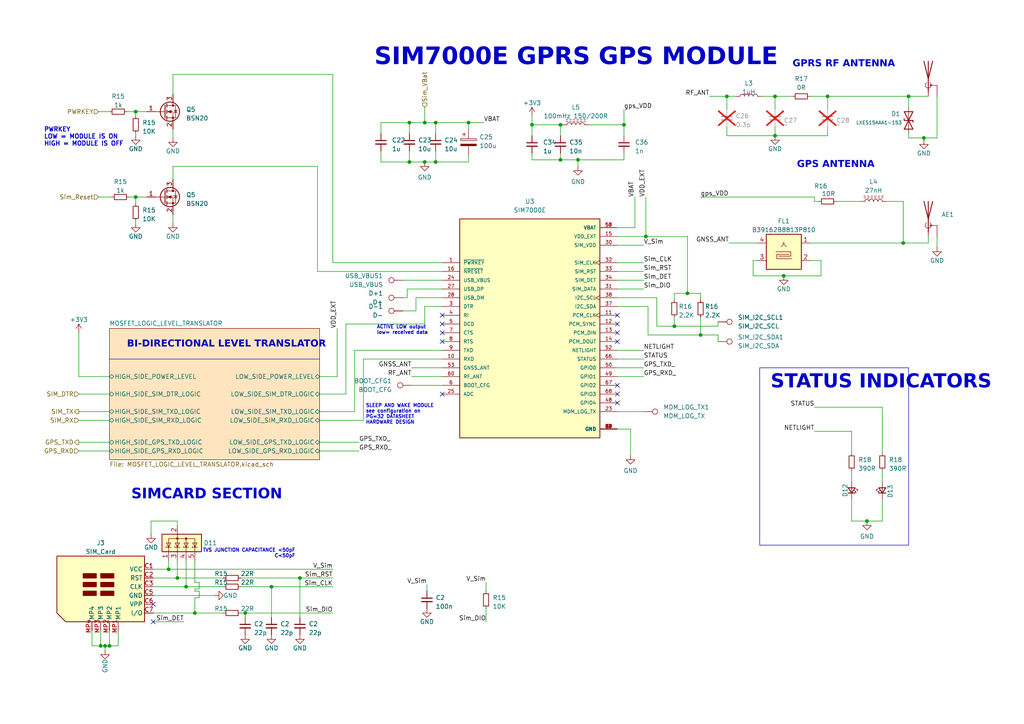
<source format=kicad_sch>
(kicad_sch (version 20230121) (generator eeschema)
  (paper "A4")
  (junction (at 29.21 187.325))
  (junction (at 118.745 46.99))
  (junction (at 203.2 97.155))
  (junction (at 240.03 27.94))
  (junction (at 86.995 167.64))
  (junction (at 71.12 177.8))
  (junction (at 210.82 27.94))
  (junction (at 51.435 167.64))
  (junction (at 224.79 27.94))
  (junction (at 48.895 165.1))
  (junction (at 162.56 36.195))
  (junction (at 267.97 40.005))
  (junction (at 123.19 35.56))
  (junction (at 135.89 35.56))
  (junction (at 251.46 151.13))
  (junction (at 162.56 46.355))
  (junction (at 123.19 46.99))
  (junction (at 187.325 68.58))
  (junction (at 126.365 46.99))
  (junction (at 126.365 35.56))
  (junction (at 30.48 187.325))
  (junction (at 53.975 170.18))
  (junction (at 118.745 35.56))
  (junction (at 167.64 46.355))
  (junction (at 227.33 80.01))
  (junction (at 224.79 39.37))
  (junction (at 199.39 85.09))
  (junction (at 263.525 27.94))
  (junction (at 154.305 36.195))
  (junction (at 39.37 57.15))
  (junction (at 39.37 32.385))
  (junction (at 31.75 187.325))
  (junction (at 78.74 170.18))
  (junction (at 195.58 94.615))
  (junction (at 56.515 177.8))
  (junction (at 180.975 36.195))
  (junction (at 261.9738 70.485))
  (no_connect (at 128.27 99.06))
  (no_connect (at 179.07 111.76))
  (no_connect (at 44.45 180.34))
  (no_connect (at 128.27 93.98))
  (no_connect (at 179.07 96.52))
  (no_connect (at 44.45 175.26))
  (no_connect (at 179.07 116.84))
  (no_connect (at 179.07 93.98))
  (no_connect (at 179.07 114.3))
  (no_connect (at 128.27 114.3))
  (no_connect (at 128.27 96.52))
  (no_connect (at 179.07 91.44))
  (no_connect (at 179.07 99.06))
  (no_connect (at 128.27 91.44))
  (wire (pts (xy 179.07 119.38) (xy 186.69 119.38)))
  (wire (pts (xy 179.07 106.68) (xy 186.69 106.68)))
  (wire (pts (xy 210.82 39.37) (xy 210.82 36.83)))
  (wire (pts (xy 22.86 114.3) (xy 31.75 114.3)))
  (wire (pts (xy 123.19 31.115) (xy 123.19 35.56)))
  (wire (pts (xy 51.435 167.64) (xy 64.77 167.64)))
  (wire (pts (xy 44.45 180.34) (xy 53.34 180.34)))
  (wire (pts (xy 167.64 46.355) (xy 180.975 46.355)))
  (wire (pts (xy 210.82 31.75) (xy 210.82 27.94)))
  (wire (pts (xy 92.71 128.27) (xy 104.14 128.27)))
  (wire (pts (xy 48.895 165.1) (xy 96.52 165.1)))
  (wire (pts (xy 39.37 64.77) (xy 39.37 64.135)))
  (wire (pts (xy 50.165 37.465) (xy 50.165 40.005)))
  (wire (pts (xy 195.58 92.075) (xy 195.58 94.615)))
  (wire (pts (xy 100.33 114.3) (xy 100.33 93.98)))
  (wire (pts (xy 123.19 46.99) (xy 126.365 46.99)))
  (wire (pts (xy 126.365 43.815) (xy 126.365 46.99)))
  (wire (pts (xy 92.075 78.74) (xy 92.075 48.26)))
  (wire (pts (xy 269.24 68.58) (xy 269.24 70.485)))
  (wire (pts (xy 51.435 151.13) (xy 51.435 152.4)))
  (wire (pts (xy 238.125 80.01) (xy 227.33 80.01)))
  (wire (pts (xy 102.87 101.6) (xy 102.87 119.38)))
  (wire (pts (xy 26.67 187.325) (xy 26.67 182.88)))
  (wire (pts (xy 154.305 36.195) (xy 154.305 39.37)))
  (wire (pts (xy 179.07 104.14) (xy 186.69 104.14)))
  (wire (pts (xy 187.325 68.58) (xy 199.39 68.58)))
  (wire (pts (xy 22.86 128.27) (xy 31.75 128.27)))
  (wire (pts (xy 203.2 92.075) (xy 203.2 97.155)))
  (wire (pts (xy 182.88 124.46) (xy 179.07 124.46)))
  (wire (pts (xy 50.165 62.23) (xy 50.165 64.77)))
  (wire (pts (xy 199.39 85.09) (xy 195.58 85.09)))
  (wire (pts (xy 97.79 109.22) (xy 92.71 109.22)))
  (wire (pts (xy 162.56 36.195) (xy 163.195 36.195)))
  (wire (pts (xy 44.45 167.64) (xy 51.435 167.64)))
  (wire (pts (xy 71.12 177.8) (xy 96.52 177.8)))
  (wire (pts (xy 203.2 57.15) (xy 236.22 57.15)))
  (wire (pts (xy 179.07 88.9) (xy 187.96 88.9)))
  (wire (pts (xy 57.785 171.45) (xy 57.785 173.355)))
  (wire (pts (xy 224.79 27.94) (xy 224.79 31.75)))
  (wire (pts (xy 179.07 78.74) (xy 186.69 78.74)))
  (wire (pts (xy 96.52 76.2) (xy 128.27 76.2)))
  (wire (pts (xy 56.515 170.815) (xy 57.785 170.815)))
  (wire (pts (xy 118.11 86.36) (xy 116.84 86.36)))
  (wire (pts (xy 271.78 68.58) (xy 271.78 71.755)))
  (wire (pts (xy 180.975 31.75) (xy 180.975 36.195)))
  (wire (pts (xy 50.165 48.26) (xy 50.165 52.07)))
  (wire (pts (xy 263.525 40.005) (xy 267.97 40.005)))
  (wire (pts (xy 34.29 182.88) (xy 34.29 187.325)))
  (wire (pts (xy 116.84 90.17) (xy 120.65 90.17)))
  (wire (pts (xy 179.07 81.28) (xy 186.69 81.28)))
  (wire (pts (xy 39.37 32.385) (xy 42.545 32.385)))
  (wire (pts (xy 48.895 165.1) (xy 48.895 162.56)))
  (wire (pts (xy 39.37 33.655) (xy 39.37 32.385)))
  (wire (pts (xy 234.95 75.565) (xy 238.125 75.565)))
  (wire (pts (xy 43.815 151.13) (xy 43.815 154.94)))
  (wire (pts (xy 57.785 168.91) (xy 57.785 170.815)))
  (wire (pts (xy 50.165 27.305) (xy 50.165 21.59)))
  (wire (pts (xy 44.45 165.1) (xy 48.895 165.1)))
  (wire (pts (xy 22.86 96.52) (xy 22.86 109.22)))
  (wire (pts (xy 29.21 187.325) (xy 30.48 187.325)))
  (wire (pts (xy 182.88 132.08) (xy 182.88 124.46)))
  (wire (pts (xy 236.22 118.11) (xy 255.905 118.11)))
  (wire (pts (xy 110.49 43.815) (xy 110.49 46.99)))
  (wire (pts (xy 56.515 171.45) (xy 57.785 171.45)))
  (wire (pts (xy 43.815 151.13) (xy 51.435 151.13)))
  (wire (pts (xy 140.97 176.53) (xy 140.97 180.34)))
  (wire (pts (xy 56.515 162.56) (xy 56.515 168.91)))
  (wire (pts (xy 234.95 27.94) (xy 240.03 27.94)))
  (wire (pts (xy 118.745 35.56) (xy 110.49 35.56)))
  (wire (pts (xy 123.19 93.98) (xy 123.19 88.9)))
  (wire (pts (xy 247.015 144.78) (xy 247.015 151.13)))
  (wire (pts (xy 208.28 93.345) (xy 208.28 94.615)))
  (wire (pts (xy 118.745 43.815) (xy 118.745 46.99)))
  (wire (pts (xy 227.33 80.01) (xy 218.44 80.01)))
  (wire (pts (xy 154.305 46.355) (xy 162.56 46.355)))
  (wire (pts (xy 263.525 27.94) (xy 269.24 27.94)))
  (wire (pts (xy 229.87 27.94) (xy 224.79 27.94)))
  (wire (pts (xy 36.83 32.385) (xy 39.37 32.385)))
  (wire (pts (xy 28.575 57.15) (xy 32.385 57.15)))
  (wire (pts (xy 119.38 106.68) (xy 128.27 106.68)))
  (wire (pts (xy 240.03 39.37) (xy 224.79 39.37)))
  (wire (pts (xy 251.46 151.13) (xy 255.905 151.13)))
  (wire (pts (xy 126.365 46.99) (xy 135.89 46.99)))
  (wire (pts (xy 110.49 46.99) (xy 118.745 46.99)))
  (wire (pts (xy 97.79 95.25) (xy 97.79 109.22)))
  (wire (pts (xy 135.89 35.56) (xy 140.335 35.56)))
  (wire (pts (xy 34.29 187.325) (xy 31.75 187.325)))
  (wire (pts (xy 203.2 85.09) (xy 199.39 85.09)))
  (wire (pts (xy 44.45 170.18) (xy 53.975 170.18)))
  (wire (pts (xy 190.5 86.36) (xy 190.5 94.615)))
  (wire (pts (xy 240.03 27.94) (xy 240.03 31.75)))
  (wire (pts (xy 237.49 58.42) (xy 236.22 58.42)))
  (wire (pts (xy 179.07 71.12) (xy 186.69 71.12)))
  (wire (pts (xy 22.86 109.22) (xy 31.75 109.22)))
  (wire (pts (xy 100.33 93.98) (xy 123.19 93.98)))
  (wire (pts (xy 218.44 80.01) (xy 218.44 75.565)))
  (wire (pts (xy 22.86 121.92) (xy 31.75 121.92)))
  (wire (pts (xy 92.71 130.81) (xy 104.14 130.81)))
  (wire (pts (xy 44.45 172.72) (xy 62.23 172.72)))
  (wire (pts (xy 78.74 170.18) (xy 96.52 170.18)))
  (wire (pts (xy 263.525 38.735) (xy 263.525 40.005)))
  (wire (pts (xy 261.9738 58.42) (xy 257.175 58.42)))
  (wire (pts (xy 179.07 109.22) (xy 186.69 109.22)))
  (wire (pts (xy 255.905 118.11) (xy 255.905 131.445)))
  (wire (pts (xy 187.96 97.155) (xy 203.2 97.155)))
  (wire (pts (xy 170.815 36.195) (xy 180.975 36.195)))
  (wire (pts (xy 184.15 57.15) (xy 184.15 66.04)))
  (wire (pts (xy 195.58 94.615) (xy 208.28 94.615)))
  (wire (pts (xy 128.27 101.6) (xy 102.87 101.6)))
  (wire (pts (xy 180.975 36.195) (xy 180.975 39.37)))
  (wire (pts (xy 135.89 46.99) (xy 135.89 45.085)))
  (wire (pts (xy 224.79 36.83) (xy 224.79 39.37)))
  (wire (pts (xy 218.44 75.565) (xy 219.71 75.565)))
  (wire (pts (xy 203.2 86.995) (xy 203.2 85.09)))
  (wire (pts (xy 247.015 151.13) (xy 251.46 151.13)))
  (wire (pts (xy 123.19 35.56) (xy 126.365 35.56)))
  (wire (pts (xy 69.85 167.64) (xy 86.995 167.64)))
  (wire (pts (xy 261.9738 70.485) (xy 269.24 70.485)))
  (wire (pts (xy 29.21 182.88) (xy 29.21 187.325)))
  (wire (pts (xy 208.28 99.06) (xy 208.28 97.155)))
  (wire (pts (xy 120.65 90.17) (xy 120.65 86.36)))
  (wire (pts (xy 86.995 179.07) (xy 86.995 167.64)))
  (wire (pts (xy 118.745 35.56) (xy 118.745 38.735)))
  (wire (pts (xy 247.015 136.525) (xy 247.015 139.7)))
  (wire (pts (xy 37.465 57.15) (xy 39.37 57.15)))
  (wire (pts (xy 126.365 35.56) (xy 126.365 38.735)))
  (wire (pts (xy 162.56 36.195) (xy 162.56 39.37)))
  (wire (pts (xy 195.58 85.09) (xy 195.58 86.995)))
  (wire (pts (xy 118.11 83.82) (xy 118.11 86.36)))
  (wire (pts (xy 179.07 76.2) (xy 186.69 76.2)))
  (wire (pts (xy 224.79 39.37) (xy 210.82 39.37)))
  (wire (pts (xy 118.745 46.99) (xy 123.19 46.99)))
  (wire (pts (xy 211.455 70.485) (xy 219.71 70.485)))
  (wire (pts (xy 102.87 119.38) (xy 92.71 119.38)))
  (wire (pts (xy 56.515 170.815) (xy 56.515 171.45)))
  (wire (pts (xy 240.03 27.94) (xy 263.525 27.94)))
  (wire (pts (xy 96.52 21.59) (xy 96.52 76.2)))
  (wire (pts (xy 187.96 88.9) (xy 187.96 97.155)))
  (wire (pts (xy 271.78 27.94) (xy 271.78 40.005)))
  (wire (pts (xy 203.2 97.155) (xy 208.28 97.155)))
  (wire (pts (xy 234.95 70.485) (xy 261.9738 70.485)))
  (wire (pts (xy 162.56 44.45) (xy 162.56 46.355)))
  (wire (pts (xy 116.84 81.28) (xy 128.27 81.28)))
  (wire (pts (xy 162.56 46.355) (xy 167.64 46.355)))
  (wire (pts (xy 78.74 179.07) (xy 78.74 170.18)))
  (wire (pts (xy 199.39 68.58) (xy 199.39 85.09)))
  (wire (pts (xy 135.89 35.56) (xy 126.365 35.56)))
  (wire (pts (xy 69.85 170.18) (xy 78.74 170.18)))
  (wire (pts (xy 56.515 177.8) (xy 64.77 177.8)))
  (wire (pts (xy 22.86 130.81) (xy 31.75 130.81)))
  (wire (pts (xy 119.38 111.76) (xy 128.27 111.76)))
  (wire (pts (xy 118.11 83.82) (xy 128.27 83.82)))
  (polyline (pts (xy 31.75 104.14) (xy 92.71 104.14)))
  (wire (pts (xy 247.015 125.095) (xy 247.015 131.445)))
  (wire (pts (xy 179.07 101.6) (xy 186.69 101.6)))
  (wire (pts (xy 128.27 78.74) (xy 92.075 78.74)))
  (wire (pts (xy 267.97 40.005) (xy 271.78 40.005)))
  (wire (pts (xy 44.45 177.8) (xy 56.515 177.8)))
  (wire (pts (xy 236.22 125.095) (xy 247.015 125.095)))
  (wire (pts (xy 240.03 36.83) (xy 240.03 39.37)))
  (wire (pts (xy 123.19 88.9) (xy 128.27 88.9)))
  (wire (pts (xy 56.515 168.91) (xy 57.785 168.91)))
  (wire (pts (xy 39.37 57.15) (xy 42.545 57.15)))
  (wire (pts (xy 154.305 44.45) (xy 154.305 46.355)))
  (wire (pts (xy 71.12 177.8) (xy 71.12 179.07)))
  (wire (pts (xy 31.75 182.88) (xy 31.75 187.325)))
  (wire (pts (xy 50.165 21.59) (xy 96.52 21.59)))
  (wire (pts (xy 140.97 168.91) (xy 140.97 171.45)))
  (wire (pts (xy 154.305 33.655) (xy 154.305 36.195)))
  (wire (pts (xy 179.07 66.04) (xy 184.15 66.04)))
  (wire (pts (xy 236.22 57.15) (xy 236.22 58.42)))
  (wire (pts (xy 224.79 27.94) (xy 220.98 27.94)))
  (wire (pts (xy 57.785 173.355) (xy 56.515 173.355)))
  (wire (pts (xy 261.9738 58.42) (xy 261.9738 70.485)))
  (wire (pts (xy 190.5 94.615) (xy 195.58 94.615)))
  (wire (pts (xy 167.64 46.355) (xy 167.64 48.26)))
  (wire (pts (xy 105.41 121.92) (xy 105.41 104.14)))
  (wire (pts (xy 39.37 39.37) (xy 39.37 38.735)))
  (wire (pts (xy 86.995 167.64) (xy 96.52 167.64)))
  (wire (pts (xy 119.38 109.22) (xy 128.27 109.22)))
  (wire (pts (xy 213.36 27.94) (xy 210.82 27.94)))
  (wire (pts (xy 179.07 86.36) (xy 190.5 86.36)))
  (wire (pts (xy 22.86 119.38) (xy 31.75 119.38)))
  (wire (pts (xy 179.07 68.58) (xy 187.325 68.58)))
  (wire (pts (xy 267.97 40.005) (xy 267.97 40.64)))
  (wire (pts (xy 56.515 173.355) (xy 56.515 177.8)))
  (wire (pts (xy 105.41 104.14) (xy 128.27 104.14)))
  (wire (pts (xy 154.305 36.195) (xy 162.56 36.195)))
  (wire (pts (xy 238.125 75.565) (xy 238.125 80.01)))
  (wire (pts (xy 120.65 86.36) (xy 128.27 86.36)))
  (wire (pts (xy 255.905 136.525) (xy 255.905 139.7)))
  (wire (pts (xy 28.575 32.385) (xy 31.75 32.385)))
  (wire (pts (xy 187.325 57.15) (xy 187.325 68.58)))
  (wire (pts (xy 69.85 177.8) (xy 71.12 177.8)))
  (wire (pts (xy 263.525 31.115) (xy 263.525 27.94)))
  (wire (pts (xy 92.075 48.26) (xy 50.165 48.26)))
  (wire (pts (xy 39.37 59.055) (xy 39.37 57.15)))
  (wire (pts (xy 205.74 27.94) (xy 210.82 27.94)))
  (wire (pts (xy 123.825 169.545) (xy 123.825 171.45)))
  (wire (pts (xy 179.07 83.82) (xy 186.69 83.82)))
  (wire (pts (xy 123.19 35.56) (xy 118.745 35.56)))
  (wire (pts (xy 30.48 187.325) (xy 31.75 187.325)))
  (wire (pts (xy 53.975 170.18) (xy 64.77 170.18)))
  (wire (pts (xy 92.71 114.3) (xy 100.33 114.3)))
  (wire (pts (xy 242.57 58.42) (xy 249.555 58.42)))
  (wire (pts (xy 135.89 37.465) (xy 135.89 35.56)))
  (wire (pts (xy 180.975 44.45) (xy 180.975 46.355)))
  (wire (pts (xy 30.48 188.595) (xy 30.48 187.325)))
  (wire (pts (xy 51.435 167.64) (xy 51.435 162.56)))
  (wire (pts (xy 29.21 187.325) (xy 26.67 187.325)))
  (wire (pts (xy 110.49 35.56) (xy 110.49 38.735)))
  (wire (pts (xy 53.975 162.56) (xy 53.975 170.18)))
  (wire (pts (xy 255.905 144.78) (xy 255.905 151.13)))
  (wire (pts (xy 92.71 121.92) (xy 105.41 121.92)))
  (rectangle (start 220.345 106.68) (end 263.525 158.115))
  (text "GPS ANTENNA" (at 231.14 49.53 0) (effects (font (size 2 2) (thickness 0.4) bold) (justify left bottom)))
  (text "SLEEP AND WAKE MODULE\nsee configuration on\nPG=32 DATASHEET\nHARDWARE DESIGN" (at 106.045 123.19 0) (effects (font (size 1 1) bold) (justify left bottom)))
  (text "STATUS INDICATORS" (at 223.52 114.3 0) (effects (font (size 4 4) (thickness 0.4) bold) (justify left bottom)))
  (text "TVS JUNCTION CAPACITANCE <50pF\nC<50pF" (at 85.725 161.925 0) (effects (font (size 1 1) bold) (justify right bottom)))
  (text "ACTIVE LOW output\nlow= received data" (at 109.22 97.155 0) (effects (font (size 1 1) bold) (justify left bottom)))
  (text "SIMCARD SECTION" (at 38.1 146.05 0) (effects (font (size 3 3) (thickness 0.6) bold) (justify left bottom)))
  (text "PWRKEY\nLOW = MODULE IS ON\nHIGH = MODULE IS OFF" (at 12.7 42.545 0) (effects (font (size 1.27 1.27) bold) (justify left bottom)))
  (text "BI-DIRECTIONAL LEVEL TRANSLATOR \n" (at 36.83 101.6 0) (effects (font (size 2 2) bold) (justify left bottom)))
  (text "GPRS RF ANTENNA" (at 229.87 20.32 0) (effects (font (size 2 2) (thickness 0.4) bold) (justify left bottom)))
  (text "SIM7000E GPRS GPS MODULE" (at 108.585 20.955 0) (effects (font (size 5 5) bold) (justify left bottom)))
  (label "Sim_DET" (at 186.69 81.28 0))
  (label "V_Sim" (at 186.69 71.12 0))
  (label "STATUS" (at 236.22 118.11 180))
  (label "Sim_CLK" (at 96.52 170.18 180))
  (label "Sim_RST" (at 186.69 78.74 0))
  (label "GPS_TXD_" (at 104.14 128.27 0) (effects (font (size 1.2446 1.2446))))
  (label "NETLIGHT" (at 186.69 101.6 0))
  (label "STATUS" (at 186.69 104.14 0))
  (label "GNSS_ANT" (at 119.38 106.68 180))
  (label "RF_ANT" (at 205.74 27.94 180))
  (label "GPS_RXD_" (at 104.14 130.81 0) (effects (font (size 1.2446 1.2446))))
  (label "VDD_EXT" (at 97.79 95.25 90))
  (label "V_Sim" (at 140.97 168.91 180))
  (label "GPS_RXD_" (at 186.69 109.22 0) (effects (font (size 1.2446 1.2446))))
  (label "Sim_DIO" (at 96.52 177.8 180))
  (label "Sim_DIO" (at 186.69 83.82 0))
  (label "VBAT" (at 184.15 57.15 90))
  (label "GPS_TXD_" (at 186.69 106.68 0) (effects (font (size 1.2446 1.2446))))
  (label "Sim_CLK" (at 186.69 76.2 0))
  (label "Sim_DIO" (at 140.97 180.34 180))
  (label "VBAT" (at 140.335 35.56 0))
  (label "VDD_EXT" (at 187.325 57.15 90))
  (label "gps_VDD" (at 203.2 57.15 0))
  (label "RF_ANT" (at 119.38 109.22 180))
  (label "Sim_DET" (at 53.34 180.34 180))
  (label "gps_VDD" (at 180.975 31.75 0))
  (label "NETLIGHT" (at 236.22 125.095 180))
  (label "V_Sim" (at 96.52 165.1 180))
  (label "V_Sim" (at 123.825 169.545 180))
  (label "Sim_RST" (at 96.52 167.64 180))
  (label "GNSS_ANT" (at 211.455 70.485 180))
  (hierarchical_label "SIM_DTR" (shape input) (at 22.86 114.3 180))
  (hierarchical_label "SIM_RX" (shape input) (at 22.86 121.92 180))
  (hierarchical_label "GPS_RXD" (shape input) (at 22.86 130.81 180))
  (hierarchical_label "SIM_TX" (shape output) (at 22.86 119.38 180))
  (hierarchical_label "Sim_VBat" (shape input) (at 123.19 31.115 90))
  (hierarchical_label "GPS_TXD" (shape output) (at 22.86 128.27 180))
  (hierarchical_label "Sim_Reset" (shape input) (at 28.575 57.15 180))
  (hierarchical_label "PWRKEY" (shape input) (at 28.575 32.385 180))
  (symbol (lib_id "Device:L_Ferrite") (at 253.365 58.42 90) (unit 1)
    (property "Reference" "L4" (at 253.365 52.705 90))
    (property "Value" "27nH" (at 253.365 55.245 90))
    (property "Footprint" "Inductor_SMD:L_0402_1005Metric" (effects hide))
    (instances (project "GSM_module_v3" (path "" (reference "L4") (unit 1))) (project "BIM_PCB" (path "" (reference "L4") (unit 1))) (project "ELIESTER_V2" (path "" (reference "L14") (unit 1))))
  )
  (symbol (lib_id "Device:C_Polarized") (at 135.89 41.275 0) (unit 1)
    (property "Reference" "C25" (at 139.065 39.751 0) (effects (justify left)))
    (property "Value" "100u" (at 139.065 42.291 0) (effects (justify left)))
    (property "Footprint" "Capacitor_Tantalum_SMD:CP_EIA-3216-18_Kemet-A" (effects hide))
    (property "MPN" "TLJA107M006R0800" (effects hide))
    (instances (project "GSM_module_v3" (path "" (reference "C25") (unit 1))) (project "BIM_PCB" (path "" (reference "C20") (unit 1))) (project "ELIESTER_V2" (path "" (reference "C84") (unit 1))))
  )
  (symbol (lib_id "Device:C_Small") (at 180.975 41.91 0) (unit 1)
    (property "Reference" "C36" (at 184.15 41.2813 0) (effects (justify left)))
    (property "Value" "1n" (at 184.15 43.8213 0) (effects (justify left)))
    (property "Footprint" "Capacitor_SMD:C_0402_1005Metric" (effects hide))
    (instances (project "GSM_module_v3" (path "" (reference "C36") (unit 1))) (project "proxy_obdII_logger_hardware" (path "" (reference "C23") (unit 1))) (project "Weather_Station_Project" (path "" (reference "C23") (unit 1))) (project "BIM_PCB" (path "" (reference "C23") (unit 1))) (project "ELIESTER_V2" (path "" (reference "C?") (unit 1)) (path "" (reference "C92") (unit 1))))
  )
  (symbol (lib_id "power:GND") (at 39.37 64.77 0) (unit 1)
    (property "Reference" "#PWR031" (effects hide))
    (property "Value" "GND" (at 39.37 68.58 0))
    (instances (project "SIM7000G_GPS_GPRS_MODULE" (path "" (reference "#PWR031") (unit 1))) (project "GSM_module_v3" (path "" (reference "#PWR026") (unit 1))) (project "proxy_obdII_logger_hardware" (path "" (reference "#PWR031") (unit 1))) (project "Weather_Station_Project" (path "" (reference "#PWR04") (unit 1))) (project "BIM_PCB" (path "" (reference "#PWR028") (unit 1))) (project "SIM_Module_Interface" (path "" (reference "#PWR031") (unit 1))) (project "ELIESTER_V2" (path "" (reference "#PWR0151") (unit 1))))
  )
  (symbol (lib_id "Device:LED_Small") (at 247.015 142.24 270) (mirror x) (unit 1)
    (property "Reference" "D12" (at 245.11 142.24 0))
    (property "Value" "ORANGE" (effects hide))
    (property "Footprint" "LED_SMD:LED_0603_1608Metric" (effects hide))
    (instances (project "SIM7000G_GPS_GPRS_MODULE" (path "" (reference "D12") (unit 1))) (project "GSM_module_v3" (path "" (reference "D7") (unit 1))) (project "proxy_obdII_logger_hardware" (path "" (reference "D12") (unit 1))) (project "Weather_Station_Project" (path "" (reference "D3") (unit 1))) (project "BIM_PCB" (path "" (reference "D4") (unit 1))) (project "SIM_Module_Interface" (path "" (reference "D12") (unit 1))) (project "ELIESTER_V2" (path "" (reference "D20") (unit 1))))
  )
  (symbol (lib_id "Connector:TestPoint") (at 208.28 99.06 270) (unit 1)
    (property "Reference" "SIM_I2C_SDA1" (at 213.995 97.79 90) (effects (justify left)))
    (property "Value" "SIM_I2C_SDA" (at 213.995 100.33 90) (effects (justify left)))
    (property "Footprint" "TestPoint:TestPoint_Pad_D1.0mm" (effects hide))
  )
  (symbol (lib_id "Device:C_Small") (at 154.305 41.91 0) (unit 1)
    (property "Reference" "C34" (at 157.48 41.2813 0) (effects (justify left)))
    (property "Value" "1u" (at 157.48 43.8213 0) (effects (justify left)))
    (property "Footprint" "Capacitor_SMD:C_0402_1005Metric" (effects hide))
    (instances (project "GSM_module_v3" (path "" (reference "C34") (unit 1))) (project "proxy_obdII_logger_hardware" (path "" (reference "C23") (unit 1))) (project "Weather_Station_Project" (path "" (reference "C23") (unit 1))) (project "BIM_PCB" (path "" (reference "C21") (unit 1))) (project "ELIESTER_V2" (path "" (reference "C?") (unit 1)) (path "" (reference "C90") (unit 1))))
  )
  (symbol (lib_id "Connector:TestPoint") (at 119.38 111.76 90) (mirror x) (unit 1)
    (property "Reference" "BOOT_CFG1" (at 113.665 110.49 90) (effects (justify left)))
    (property "Value" "BOOT_CFG" (at 113.665 113.03 90) (effects (justify left)))
    (property "Footprint" "TestPoint:TestPoint_Pad_D1.0mm" (effects hide))
  )
  (symbol (lib_id "power:GND") (at 62.23 172.72 90) (unit 1)
    (property "Reference" "#PWR033" (effects hide))
    (property "Value" "GND" (at 64.77 172.72 90) (effects (justify right)))
    (instances (project "SIM7000G_GPS_GPRS_MODULE" (path "" (reference "#PWR033") (unit 1))) (project "GSM_module_v3" (path "" (reference "#PWR030") (unit 1))) (project "proxy_obdII_logger_hardware" (path "" (reference "#PWR033") (unit 1))) (project "Weather_Station_Project" (path "" (reference "#PWR054") (unit 1))) (project "BIM_PCB" (path "" (reference "#PWR048") (unit 1))) (project "SIM_Module_Interface" (path "" (reference "#PWR033") (unit 1))) (project "ELIESTER_V2" (path "" (reference "#PWR0161") (unit 1))))
  )
  (symbol (lib_id "Device:R_Small") (at 240.03 58.42 270) (unit 1)
    (property "Reference" "R16" (at 240.03 53.975 90) (effects (justify right)))
    (property "Value" "10R" (at 242.2525 56.1975 90) (effects (justify right)))
    (property "Footprint" "Resistor_SMD:R_0402_1005Metric" (effects hide))
    (instances (project "SIM7000G_GPS_GPRS_MODULE" (path "" (reference "R16") (unit 1))) (project "GSM_module_v3" (path "" (reference "R20") (unit 1))) (project "proxy_obdII_logger_hardware" (path "" (reference "R16") (unit 1))) (project "Weather_Station_Project" (path "" (reference "R23") (unit 1))) (project "BIM_PCB" (path "" (reference "R21") (unit 1))) (project "SIM_Module_Interface" (path "" (reference "R16") (unit 1))) (project "ELIESTER_V2" (path "" (reference "R64") (unit 1))))
  )
  (symbol (lib_id "Device:R_Small") (at 195.58 89.535 180) (unit 1)
    (property "Reference" "R16" (at 196.85 88.9 0) (effects (justify right)))
    (property "Value" "2.2K" (at 196.85 91.44 0) (effects (justify right)))
    (property "Footprint" "Resistor_SMD:R_0603_1608Metric" (effects hide))
    (instances (project "SIM7000G_GPS_GPRS_MODULE" (path "" (reference "R16") (unit 1))) (project "GSM_module_v3" (path "" (reference "R17") (unit 1))) (project "proxy_obdII_logger_hardware" (path "" (reference "R16") (unit 1))) (project "Weather_Station_Project" (path "" (reference "R23") (unit 1))) (project "BIM_PCB" (path "" (reference "R23") (unit 1))) (project "SIM_Module_Interface" (path "" (reference "R16") (unit 1))) (project "ELIESTER_V2" (path "" (reference "R62") (unit 1))))
  )
  (symbol (lib_id "Device:C_Small") (at 123.825 173.99 0) (mirror y) (unit 1)
    (property "Reference" "C2" (at 126.365 173.3613 0) (effects (justify right)))
    (property "Value" "100n" (at 126.365 175.9013 0) (effects (justify right)))
    (property "Footprint" "Capacitor_SMD:C_0402_1005Metric" (effects hide))
    (instances (project "SIM7000G_GPS_GPRS_MODULE" (path "" (reference "C2") (unit 1))) (project "GSM_module_v3" (path "" (reference "C21") (unit 1))) (project "Weather_Station_Project" (path "" (reference "C2") (unit 1))) (project "BIM_PCB" (path "" (reference "C26") (unit 1))) (project "ELIESTER_V2" (path "" (reference "C86") (unit 1))))
  )
  (symbol (lib_id "Device:Antenna_Shield") (at 269.24 22.86 0) (unit 1)
    (property "Reference" "AE2" (effects hide))
    (property "Value" "Antenna_Shield" (effects hide))
    (property "Footprint" "Lib:CONN_2337019-1" (effects hide))
    (instances (project "SIM7000G_GPS_GPRS_MODULE" (path "" (reference "AE2") (unit 1))) (project "GSM_module_v3" (path "" (reference "AE1") (unit 1))) (project "proxy_obdII_logger_hardware" (path "" (reference "AE2") (unit 1))) (project "Weather_Station_Project" (path "" (reference "AE1") (unit 1))) (project "BIM_PCB" (path "" (reference "AE1") (unit 1))) (project "SIM_Module_Interface" (path "" (reference "AE2") (unit 1))) (project "ELIESTER_V2" (path "" (reference "AE1") (unit 1))))
  )
  (symbol (lib_id "Device:C_Small") (at 240.03 34.29 180) (unit 1) (dnp yes)
    (property "Reference" "C28" (at 242.57 34.9186 0) (effects (justify right)))
    (property "Value" "~" (at 242.57 36.1886 0) (effects (justify right)))
    (property "Footprint" "Capacitor_SMD:C_0402_1005Metric" (effects hide))
    (instances (project "GSM_module_v3" (path "" (reference "C28") (unit 1))) (project "proxy_obdII_logger_hardware" (path "" (reference "C23") (unit 1))) (project "Weather_Station_Project" (path "" (reference "C23") (unit 1))) (project "BIM_PCB" (path "" (reference "C16") (unit 1))) (project "ELIESTER_V2" (path "" (reference "C?") (unit 1)) (path "" (reference "C92") (unit 1))))
  )
  (symbol (lib_id "Power_Protection:SP0504BAHT") (at 51.435 157.48 0) (mirror x) (unit 1)
    (property "Reference" "D11" (at 59.055 157.48 0) (effects (justify left)))
    (property "Value" "SP0504BAHT" (effects hide))
    (property "Footprint" "Package_TO_SOT_SMD:SOT-23-5" (effects hide))
    (property "Datasheet" "http://www.littelfuse.com/~/media/files/littelfuse/technical%20resources/documents/data%20sheets/sp05xxba.pdf" (effects hide))
    (instances (project "SIM7000G_GPS_GPRS_MODULE" (path "" (reference "D11") (unit 1))) (project "GSM_module_v3" (path "" (reference "D6") (unit 1))) (project "proxy_obdII_logger_hardware" (path "" (reference "D11") (unit 1))) (project "Weather_Station_Project" (path "" (reference "D7") (unit 1))) (project "BIM_PCB" (path "" (reference "D6") (unit 1))) (project "SIM_Module_Interface" (path "" (reference "D11") (unit 1))) (project "ELIESTER_V2" (path "" (reference "D21") (unit 1))))
  )
  (symbol (lib_id "Device:R_Small") (at 34.29 32.385 90) (unit 1)
    (property "Reference" "R15" (at 34.29 27.94 90))
    (property "Value" "1k" (at 34.29 30.48 90))
    (property "Footprint" "Resistor_SMD:R_0402_1005Metric" (effects hide))
    (instances (project "SIM7000G_GPS_GPRS_MODULE" (path "" (reference "R15") (unit 1))) (project "GSM_module_v3" (path "" (reference "R9") (unit 1))) (project "proxy_obdII_logger_hardware" (path "" (reference "R15") (unit 1))) (project "Weather_Station_Project" (path "" (reference "R15") (unit 1))) (project "BIM_PCB" (path "" (reference "R20") (unit 1))) (project "SIM_Module_Interface" (path "" (reference "R15") (unit 1))) (project "ELIESTER_V2" (path "" (reference "R60") (unit 1))))
  )
  (symbol (lib_id "power:GND") (at 86.995 184.15 0) (unit 1)
    (property "Reference" "#PWR032" (effects hide))
    (property "Value" "GND" (at 86.995 187.96 0))
    (instances (project "SIM7000G_GPS_GPRS_MODULE" (path "" (reference "#PWR032") (unit 1))) (project "GSM_module_v3" (path "" (reference "#PWR033") (unit 1))) (project "proxy_obdII_logger_hardware" (path "" (reference "#PWR032") (unit 1))) (project "Weather_Station_Project" (path "" (reference "#PWR053") (unit 1))) (project "BIM_PCB" (path "" (reference "#PWR052") (unit 1))) (project "SIM_Module_Interface" (path "" (reference "#PWR032") (unit 1))) (project "ELIESTER_V2" (path "" (reference "#PWR0134") (unit 1))))
  )
  (symbol (lib_id "Connector:TestPoint") (at 186.69 119.38 270) (unit 1)
    (property "Reference" "MDM_LOG_TX1" (at 192.405 118.11 90) (effects (justify left)))
    (property "Value" "MDM_LOG_TX" (at 192.405 120.65 90) (effects (justify left)))
    (property "Footprint" "TestPoint:TestPoint_Pad_D1.0mm" (effects hide))
  )
  (symbol (lib_id "power:GND") (at 30.48 188.595 0) (unit 1)
    (property "Reference" "#PWR033" (effects hide))
    (property "Value" "GND" (at 30.48 191.135 90) (effects (justify right)))
    (instances (project "SIM7000G_GPS_GPRS_MODULE" (path "" (reference "#PWR033") (unit 1))) (project "GSM_module_v3" (path "" (reference "#PWR057") (unit 1))) (project "proxy_obdII_logger_hardware" (path "" (reference "#PWR033") (unit 1))) (project "Weather_Station_Project" (path "" (reference "#PWR054") (unit 1))) (project "BIM_PCB" (path "" (reference "#PWR048") (unit 1))) (project "SIM_Module_Interface" (path "" (reference "#PWR033") (unit 1))) (project "ELIESTER_V2" (path "" (reference "#PWR0161") (unit 1))))
  )
  (symbol (lib_id "Connector:TestPoint") (at 116.84 90.17 90) (mirror x) (unit 1)
    (property "Reference" "D-1" (at 111.125 88.9 90) (effects (justify left)))
    (property "Value" "D-" (at 111.125 91.44 90) (effects (justify left)))
    (property "Footprint" "TestPoint:TestPoint_Pad_D1.0mm" (effects hide))
  )
  (symbol (lib_id "Device:R_Small") (at 247.015 133.985 0) (mirror y) (unit 1)
    (property "Reference" "R18" (at 248.92 133.35 0) (effects (justify right)))
    (property "Value" "390R" (at 248.92 135.89 0) (effects (justify right)))
    (property "Footprint" "Resistor_SMD:R_0402_1005Metric" (effects hide))
    (instances (project "SIM7000G_GPS_GPRS_MODULE" (path "" (reference "R18") (unit 1))) (project "GSM_module_v3" (path "" (reference "R21") (unit 1))) (project "proxy_obdII_logger_hardware" (path "" (reference "R18") (unit 1))) (project "Weather_Station_Project" (path "" (reference "R31") (unit 1))) (project "BIM_PCB" (path "" (reference "R25") (unit 1))) (project "SIM_Module_Interface" (path "" (reference "R18") (unit 1))) (project "ELIESTER_V2" (path "" (reference "R65") (unit 1))))
  )
  (symbol (lib_id "Connector:TestPoint") (at 116.84 86.36 90) (mirror x) (unit 1)
    (property "Reference" "D+1" (at 111.125 85.09 90) (effects (justify left)))
    (property "Value" "D+" (at 111.125 87.63 90) (effects (justify left)))
    (property "Footprint" "TestPoint:TestPoint_Pad_D1.0mm" (effects hide))
  )
  (symbol (lib_id "power:GND") (at 123.19 46.99 0) (unit 1)
    (property "Reference" "#PWR035" (effects hide))
    (property "Value" "GND" (at 123.19 51.435 0))
    (instances (project "GSM_module_v3" (path "" (reference "#PWR035") (unit 1))) (project "BIM_PCB" (path "" (reference "#PWR032") (unit 1))) (project "ELIESTER_V2" (path "" (reference "#PWR0140") (unit 1))))
  )
  (symbol (lib_id "Connector:TestPoint") (at 116.84 81.28 90) (mirror x) (unit 1)
    (property "Reference" "USB_VBUS1" (at 111.125 80.01 90) (effects (justify left)))
    (property "Value" "USB_VBUS" (at 111.125 82.55 90) (effects (justify left)))
    (property "Footprint" "TestPoint:TestPoint_Pad_D1.0mm" (effects hide))
  )
  (symbol (lib_id "Device:Antenna_Shield") (at 269.24 63.5 0) (unit 1)
    (property "Reference" "AE1" (at 273.05 62.23 0) (effects (justify left)))
    (property "Value" "Antenna_Shield" (effects hide))
    (property "Footprint" "Lib:CONN_2337019-1" (effects hide))
    (instances (project "SIM7000G_GPS_GPRS_MODULE" (path "" (reference "AE1") (unit 1))) (project "GSM_module_v3" (path "" (reference "AE2") (unit 1))) (project "proxy_obdII_logger_hardware" (path "" (reference "AE1") (unit 1))) (project "Weather_Station_Project" (path "" (reference "AE2") (unit 1))) (project "BIM_PCB" (path "" (reference "AE2") (unit 1))) (project "SIM_Module_Interface" (path "" (reference "AE1") (unit 1))) (project "ELIESTER_V2" (path "" (reference "AE2") (unit 1))))
  )
  (symbol (lib_id "Transistor_FET:BSN20") (at 47.625 32.385 0) (unit 1)
    (property "Reference" "Q5" (at 53.975 31.75 0) (effects (justify left)))
    (property "Value" "BSN20" (at 53.975 34.29 0) (effects (justify left)))
    (property "Footprint" "Package_TO_SOT_SMD:SOT-23" (effects hide))
    (property "Datasheet" "http://www.diodes.com/assets/Datasheets/ds31898.pdf" (effects hide))
    (instances (project "SIM7000G_GPS_GPRS_MODULE" (path "" (reference "Q5") (unit 1))) (project "GSM_module_v3" (path "" (reference "Q2") (unit 1))) (project "proxy_obdII_logger_hardware" (path "" (reference "Q5") (unit 1))) (project "Weather_Station_Project" (path "" (reference "Q5") (unit 1))) (project "BIM_PCB" (path "" (reference "Q5") (unit 1))) (project "SIM_Module_Interface" (path "" (reference "Q5") (unit 1))) (project "ELIESTER_V2" (path "" (reference "Q8") (unit 1))))
  )
  (symbol (lib_id "Device:C_Small") (at 78.74 181.61 0) (mirror y) (unit 1)
    (property "Reference" "C2" (at 81.28 180.9813 0) (effects (justify right)))
    (property "Value" "22p" (at 81.28 183.5213 0) (effects (justify right)))
    (property "Footprint" "Capacitor_SMD:C_0402_1005Metric" (effects hide))
    (instances (project "SIM7000G_GPS_GPRS_MODULE" (path "" (reference "C2") (unit 1))) (project "GSM_module_v3" (path "" (reference "C19") (unit 1))) (project "Weather_Station_Project" (path "" (reference "C2") (unit 1))) (project "BIM_PCB" (path "" (reference "C28") (unit 1))) (project "ELIESTER_V2" (path "" (reference "C88") (unit 1))))
  )
  (symbol (lib_id "power:GND") (at 267.97 40.64 0) (unit 1)
    (property "Reference" "#PWR039" (effects hide))
    (property "Value" "GND" (at 267.97 44.45 0))
    (instances (project "SIM7000G_GPS_GPRS_MODULE" (path "" (reference "#PWR039") (unit 1))) (project "GSM_module_v3" (path "" (reference "#PWR040") (unit 1))) (project "proxy_obdII_logger_hardware" (path "" (reference "#PWR039") (unit 1))) (project "Weather_Station_Project" (path "" (reference "#PWR03") (unit 1))) (project "BIM_PCB" (path "" (reference "#PWR031") (unit 1))) (project "SIM_Module_Interface" (path "" (reference "#PWR039") (unit 1))) (project "ELIESTER_V2" (path "" (reference "#PWR081") (unit 1))))
  )
  (symbol (lib_id "Device:C_Small") (at 71.12 181.61 0) (mirror y) (unit 1)
    (property "Reference" "C2" (at 73.66 180.9813 0) (effects (justify right)))
    (property "Value" "22p" (at 73.66 183.5213 0) (effects (justify right)))
    (property "Footprint" "Capacitor_SMD:C_0402_1005Metric" (effects hide))
    (instances (project "SIM7000G_GPS_GPRS_MODULE" (path "" (reference "C2") (unit 1))) (project "GSM_module_v3" (path "" (reference "C18") (unit 1))) (project "Weather_Station_Project" (path "" (reference "C2") (unit 1))) (project "BIM_PCB" (path "" (reference "C27") (unit 1))) (project "ELIESTER_V2" (path "" (reference "C87") (unit 1))))
  )
  (symbol (lib_id "power:GND") (at 78.74 184.15 0) (unit 1)
    (property "Reference" "#PWR032" (effects hide))
    (property "Value" "GND" (at 78.74 187.96 0))
    (instances (project "SIM7000G_GPS_GPRS_MODULE" (path "" (reference "#PWR032") (unit 1))) (project "GSM_module_v3" (path "" (reference "#PWR032") (unit 1))) (project "proxy_obdII_logger_hardware" (path "" (reference "#PWR032") (unit 1))) (project "Weather_Station_Project" (path "" (reference "#PWR053") (unit 1))) (project "BIM_PCB" (path "" (reference "#PWR051") (unit 1))) (project "SIM_Module_Interface" (path "" (reference "#PWR032") (unit 1))) (project "ELIESTER_V2" (path "" (reference "#PWR0133") (unit 1))))
  )
  (symbol (lib_id "Device:R_Small") (at 67.31 167.64 270) (unit 1)
    (property "Reference" "R15" (at 64.135 166.37 90))
    (property "Value" "22R" (at 71.755 166.37 90))
    (property "Footprint" "Resistor_SMD:R_0402_1005Metric" (effects hide))
    (instances (project "SIM7000G_GPS_GPRS_MODULE" (path "" (reference "R15") (unit 1))) (project "GSM_module_v3" (path "" (reference "R13") (unit 1))) (project "proxy_obdII_logger_hardware" (path "" (reference "R15") (unit 1))) (project "Weather_Station_Project" (path "" (reference "R35") (unit 1))) (project "BIM_PCB" (path "" (reference "R27") (unit 1))) (project "SIM_Module_Interface" (path "" (reference "R15") (unit 1))) (project "ELIESTER_V2" (path "" (reference "R70") (unit 1))))
  )
  (symbol (lib_id "Device:R_Small") (at 67.31 177.8 270) (unit 1)
    (property "Reference" "R15" (at 64.135 176.53 90))
    (property "Value" "22R" (at 71.755 176.53 90))
    (property "Footprint" "Resistor_SMD:R_0402_1005Metric" (effects hide))
    (instances (project "SIM7000G_GPS_GPRS_MODULE" (path "" (reference "R15") (unit 1))) (project "GSM_module_v3" (path "" (reference "R15") (unit 1))) (project "proxy_obdII_logger_hardware" (path "" (reference "R15") (unit 1))) (project "Weather_Station_Project" (path "" (reference "R35") (unit 1))) (project "BIM_PCB" (path "" (reference "R30") (unit 1))) (project "SIM_Module_Interface" (path "" (reference "R15") (unit 1))) (project "ELIESTER_V2" (path "" (reference "R73") (unit 1))))
  )
  (symbol (lib_id "Device:R_Small") (at 39.37 36.195 180) (unit 1)
    (property "Reference" "R15" (at 41.275 35.56 0) (effects (justify right)))
    (property "Value" "10K" (at 41.275 38.1 0) (effects (justify right)))
    (property "Footprint" "Resistor_SMD:R_0402_1005Metric" (effects hide))
    (instances (project "SIM7000G_GPS_GPRS_MODULE" (path "" (reference "R15") (unit 1))) (project "GSM_module_v3" (path "" (reference "R11") (unit 1))) (project "proxy_obdII_logger_hardware" (path "" (reference "R15") (unit 1))) (project "Weather_Station_Project" (path "" (reference "R16") (unit 1))) (project "BIM_PCB" (path "" (reference "R22") (unit 1))) (project "SIM_Module_Interface" (path "" (reference "R15") (unit 1))) (project "ELIESTER_V2" (path "" (reference "R61") (unit 1))))
  )
  (symbol (lib_id "Device:C_Small") (at 210.82 34.29 180) (unit 1) (dnp yes)
    (property "Reference" "C26" (at 213.36 33.6486 0) (effects (justify right)))
    (property "Value" "0.3p" (at 213.36 36.1886 0) (effects (justify right)))
    (property "Footprint" "Capacitor_SMD:C_0402_1005Metric" (effects hide))
    (instances (project "GSM_module_v3" (path "" (reference "C26") (unit 1))) (project "proxy_obdII_logger_hardware" (path "" (reference "C23") (unit 1))) (project "Weather_Station_Project" (path "" (reference "C23") (unit 1))) (project "BIM_PCB" (path "" (reference "C14") (unit 1))) (project "ELIESTER_V2" (path "" (reference "C?") (unit 1)) (path "" (reference "C92") (unit 1))))
  )
  (symbol (lib_id "Device:R_Small") (at 34.925 57.15 90) (unit 1)
    (property "Reference" "R15" (at 34.925 52.705 90))
    (property "Value" "1k" (at 34.925 55.245 90))
    (property "Footprint" "Resistor_SMD:R_0402_1005Metric" (effects hide))
    (instances (project "SIM7000G_GPS_GPRS_MODULE" (path "" (reference "R15") (unit 1))) (project "GSM_module_v3" (path "" (reference "R10") (unit 1))) (project "proxy_obdII_logger_hardware" (path "" (reference "R15") (unit 1))) (project "Weather_Station_Project" (path "" (reference "R6") (unit 1))) (project "BIM_PCB" (path "" (reference "R17") (unit 1))) (project "SIM_Module_Interface" (path "" (reference "R15") (unit 1))) (project "ELIESTER_V2" (path "" (reference "R58") (unit 1))))
  )
  (symbol (lib_id "power:GND") (at 71.12 184.15 0) (unit 1)
    (property "Reference" "#PWR032" (effects hide))
    (property "Value" "GND" (at 71.12 187.96 0))
    (instances (project "SIM7000G_GPS_GPRS_MODULE" (path "" (reference "#PWR032") (unit 1))) (project "GSM_module_v3" (path "" (reference "#PWR031") (unit 1))) (project "proxy_obdII_logger_hardware" (path "" (reference "#PWR032") (unit 1))) (project "Weather_Station_Project" (path "" (reference "#PWR053") (unit 1))) (project "BIM_PCB" (path "" (reference "#PWR050") (unit 1))) (project "SIM_Module_Interface" (path "" (reference "#PWR032") (unit 1))) (project "ELIESTER_V2" (path "" (reference "#PWR0132") (unit 1))))
  )
  (symbol (lib_id "Device:C_Small") (at 224.79 34.29 180) (unit 1) (dnp yes)
    (property "Reference" "C27" (at 227.33 34.9186 0) (effects (justify right)))
    (property "Value" "~" (at 227.33 36.1886 0) (effects (justify right)))
    (property "Footprint" "Capacitor_SMD:C_0402_1005Metric" (effects hide))
    (instances (project "GSM_module_v3" (path "" (reference "C27") (unit 1))) (project "proxy_obdII_logger_hardware" (path "" (reference "C23") (unit 1))) (project "Weather_Station_Project" (path "" (reference "C23") (unit 1))) (project "BIM_PCB" (path "" (reference "C15") (unit 1))) (project "ELIESTER_V2" (path "" (reference "C?") (unit 1)) (path "" (reference "C92") (unit 1))))
  )
  (symbol (lib_id "Device:R_Small") (at 140.97 173.99 180) (unit 1)
    (property "Reference" "R15" (at 142.875 173.355 0) (effects (justify right)))
    (property "Value" "10K" (at 142.875 175.895 0) (effects (justify right)))
    (property "Footprint" "Resistor_SMD:R_0402_1005Metric" (effects hide))
    (instances (project "SIM7000G_GPS_GPRS_MODULE" (path "" (reference "R15") (unit 1))) (project "GSM_module_v3" (path "" (reference "R16") (unit 1))) (project "proxy_obdII_logger_hardware" (path "" (reference "R15") (unit 1))) (project "Weather_Station_Project" (path "" (reference "R35") (unit 1))) (project "BIM_PCB" (path "" (reference "R29") (unit 1))) (project "SIM_Module_Interface" (path "" (reference "R15") (unit 1))) (project "ELIESTER_V2" (path "" (reference "R72") (unit 1))))
  )
  (symbol (lib_id "power:GND") (at 123.825 176.53 0) (unit 1)
    (property "Reference" "#PWR032" (effects hide))
    (property "Value" "GND" (at 123.825 180.34 0))
    (instances (project "SIM7000G_GPS_GPRS_MODULE" (path "" (reference "#PWR032") (unit 1))) (project "GSM_module_v3" (path "" (reference "#PWR034") (unit 1))) (project "proxy_obdII_logger_hardware" (path "" (reference "#PWR032") (unit 1))) (project "Weather_Station_Project" (path "" (reference "#PWR053") (unit 1))) (project "BIM_PCB" (path "" (reference "#PWR049") (unit 1))) (project "SIM_Module_Interface" (path "" (reference "#PWR032") (unit 1))) (project "ELIESTER_V2" (path "" (reference "#PWR0158") (unit 1))))
  )
  (symbol (lib_id "power:GND") (at 167.64 48.26 0) (unit 1)
    (property "Reference" "#PWR059" (effects hide))
    (property "Value" "GND" (at 167.64 52.705 0))
    (instances (project "GSM_module_v3" (path "" (reference "#PWR059") (unit 1))) (project "BIM_PCB" (path "" (reference "#PWR034") (unit 1))) (project "ELIESTER_V2" (path "" (reference "#PWR0141") (unit 1))))
  )
  (symbol (lib_id "Device:C_Small") (at 162.56 41.91 0) (unit 1)
    (property "Reference" "C35" (at 165.1 41.2813 0) (effects (justify left)))
    (property "Value" "10n" (at 165.1 43.8213 0) (effects (justify left)))
    (property "Footprint" "Capacitor_SMD:C_0402_1005Metric" (effects hide))
    (instances (project "GSM_module_v3" (path "" (reference "C35") (unit 1))) (project "proxy_obdII_logger_hardware" (path "" (reference "C23") (unit 1))) (project "Weather_Station_Project" (path "" (reference "C23") (unit 1))) (project "BIM_PCB" (path "" (reference "C22") (unit 1))) (project "ELIESTER_V2" (path "" (reference "C?") (unit 1)) (path "" (reference "C91") (unit 1))))
  )
  (symbol (lib_id "Connector:SIM_Card") (at 31.75 170.18 0) (mirror y) (unit 1)
    (property "Reference" "J3" (at 29.21 157.48 0))
    (property "Value" "SIM_Card" (at 29.21 160.02 0))
    (property "Footprint" "Lib:GCT_SIM7100-6-1-15-00-A_REVC" (effects hide))
    (property "Datasheet" " ~" (effects hide))
    (instances (project "GSM_module_v3" (path "" (reference "J3") (unit 1))) (project "BIM_PCB" (path "" (reference "J5") (unit 1))))
  )
  (symbol (lib_id "Transistor_FET:BSN20") (at 47.625 57.15 0) (unit 1)
    (property "Reference" "Q5" (at 53.975 56.515 0) (effects (justify left)))
    (property "Value" "BSN20" (at 53.975 59.055 0) (effects (justify left)))
    (property "Footprint" "Package_TO_SOT_SMD:SOT-23" (effects hide))
    (property "Datasheet" "http://www.diodes.com/assets/Datasheets/ds31898.pdf" (effects hide))
    (instances (project "SIM7000G_GPS_GPRS_MODULE" (path "" (reference "Q5") (unit 1))) (project "GSM_module_v3" (path "" (reference "Q3") (unit 1))) (project "proxy_obdII_logger_hardware" (path "" (reference "Q5") (unit 1))) (project "Weather_Station_Project" (path "" (reference "Q2") (unit 1))) (project "BIM_PCB" (path "" (reference "Q4") (unit 1))) (project "SIM_Module_Interface" (path "" (reference "Q5") (unit 1))) (project "ELIESTER_V2" (path "" (reference "Q7") (unit 1))))
  )
  (symbol (lib_id "Device:R_Small") (at 203.2 89.535 180) (unit 1)
    (property "Reference" "R16" (at 204.47 88.9 0) (effects (justify right)))
    (property "Value" "2.2K" (at 204.47 91.44 0) (effects (justify right)))
    (property "Footprint" "Resistor_SMD:R_0603_1608Metric" (effects hide))
    (instances (project "SIM7000G_GPS_GPRS_MODULE" (path "" (reference "R16") (unit 1))) (project "GSM_module_v3" (path "" (reference "R18") (unit 1))) (project "proxy_obdII_logger_hardware" (path "" (reference "R16") (unit 1))) (project "Weather_Station_Project" (path "" (reference "R29") (unit 1))) (project "BIM_PCB" (path "" (reference "R24") (unit 1))) (project "SIM_Module_Interface" (path "" (reference "R16") (unit 1))) (project "ELIESTER_V2" (path "" (reference "R63") (unit 1))))
  )
  (symbol (lib_id "Device:R_Small") (at 39.37 61.595 180) (unit 1)
    (property "Reference" "R15" (at 41.275 60.96 0) (effects (justify right)))
    (property "Value" "10K" (at 41.275 63.5 0) (effects (justify right)))
    (property "Footprint" "Resistor_SMD:R_0402_1005Metric" (effects hide))
    (instances (project "SIM7000G_GPS_GPRS_MODULE" (path "" (reference "R15") (unit 1))) (project "GSM_module_v3" (path "" (reference "R12") (unit 1))) (project "proxy_obdII_logger_hardware" (path "" (reference "R15") (unit 1))) (project "Weather_Station_Project" (path "" (reference "R14") (unit 1))) (project "BIM_PCB" (path "" (reference "R19") (unit 1))) (project "SIM_Module_Interface" (path "" (reference "R15") (unit 1))) (project "ELIESTER_V2" (path "" (reference "R59") (unit 1))))
  )
  (symbol (lib_id "Device:L_Ferrite") (at 167.005 36.195 90) (unit 1)
    (property "Reference" "L5" (at 167.005 31.115 90))
    (property "Value" "100mHz 150/200R" (at 167.005 33.655 90))
    (property "Footprint" "Inductor_SMD:L_0402_1005Metric" (effects hide))
    (instances (project "GSM_module_v3" (path "" (reference "L5") (unit 1))) (project "BIM_PCB" (path "" (reference "L3") (unit 1))) (project "ELIESTER_V2" (path "" (reference "L13") (unit 1))))
  )
  (symbol (lib_id "Connector:TestPoint") (at 208.28 93.345 270) (unit 1)
    (property "Reference" "SIM_I2C_SCL1" (at 213.995 92.075 90) (effects (justify left)))
    (property "Value" "SIM_I2C_SCL" (at 213.995 94.615 90) (effects (justify left)))
    (property "Footprint" "TestPoint:TestPoint_Pad_D1.0mm" (effects hide))
  )
  (symbol (lib_id "Device:L") (at 217.17 27.94 90) (unit 1)
    (property "Reference" "L3" (at 217.17 24.13 90))
    (property "Value" "1uH" (at 217.17 26.67 90))
    (property "Footprint" "Inductor_SMD:L_0402_1005Metric" (effects hide))
    (instances (project "GSM_module_v3" (path "" (reference "L3") (unit 1))) (project "BIM_PCB" (path "" (reference "L2") (unit 1))))
  )
  (symbol (lib_id "Device:R_Small") (at 255.905 133.985 0) (mirror y) (unit 1)
    (property "Reference" "R18" (at 257.81 133.35 0) (effects (justify right)))
    (property "Value" "390R" (at 257.81 135.89 0) (effects (justify right)))
    (property "Footprint" "Resistor_SMD:R_0402_1005Metric" (effects hide))
    (instances (project "SIM7000G_GPS_GPRS_MODULE" (path "" (reference "R18") (unit 1))) (project "GSM_module_v3" (path "" (reference "R22") (unit 1))) (project "proxy_obdII_logger_hardware" (path "" (reference "R18") (unit 1))) (project "Weather_Station_Project" (path "" (reference "R31") (unit 1))) (project "BIM_PCB" (path "" (reference "R26") (unit 1))) (project "SIM_Module_Interface" (path "" (reference "R18") (unit 1))) (project "ELIESTER_V2" (path "" (reference "R66") (unit 1))))
  )
  (symbol (lib_id "Device:C_Small") (at 126.365 41.275 0) (unit 1)
    (property "Reference" "C24" (at 128.905 40.6463 0) (effects (justify left)))
    (property "Value" "10u" (at 128.905 43.1863 0) (effects (justify left)))
    (property "Footprint" "Capacitor_SMD:C_0402_1005Metric" (effects hide))
    (instances (project "GSM_module_v3" (path "" (reference "C24") (unit 1))) (project "proxy_obdII_logger_hardware" (path "" (reference "C23") (unit 1))) (project "Weather_Station_Project" (path "" (reference "C23") (unit 1))) (project "BIM_PCB" (path "" (reference "C19") (unit 1))) (project "ELIESTER_V2" (path "" (reference "C?") (unit 1)) (path "" (reference "C83") (unit 1))))
  )
  (symbol (lib_id "power:GND") (at 182.88 132.08 0) (unit 1)
    (property "Reference" "#PWR036" (effects hide))
    (property "Value" "GND" (at 182.88 136.525 0))
    (instances (project "GSM_module_v3" (path "" (reference "#PWR036") (unit 1))) (project "BIM_PCB" (path "" (reference "#PWR047") (unit 1))) (project "ELIESTER_V2" (path "" (reference "#PWR0137") (unit 1))))
  )
  (symbol (lib_id "Device:C_Small") (at 118.745 41.275 0) (unit 1)
    (property "Reference" "C23" (at 121.285 40.6463 0) (effects (justify left)))
    (property "Value" "10u" (at 121.285 43.1863 0) (effects (justify left)))
    (property "Footprint" "Capacitor_SMD:C_0402_1005Metric" (effects hide))
    (instances (project "GSM_module_v3" (path "" (reference "C23") (unit 1))) (project "proxy_obdII_logger_hardware" (path "" (reference "C23") (unit 1))) (project "Weather_Station_Project" (path "" (reference "C23") (unit 1))) (project "BIM_PCB" (path "" (reference "C18") (unit 1))) (project "ELIESTER_V2" (path "" (reference "C?") (unit 1)) (path "" (reference "C82") (unit 1))))
  )
  (symbol (lib_id "Device:LED_Small") (at 255.905 142.24 90) (unit 1)
    (property "Reference" "D13" (at 258.191 142.494 0))
    (property "Value" "BLUE" (effects hide))
    (property "Footprint" "LED_SMD:LED_0603_1608Metric" (effects hide))
    (instances (project "SIM7000G_GPS_GPRS_MODULE" (path "" (reference "D13") (unit 1))) (project "GSM_module_v3" (path "" (reference "D8") (unit 1))) (project "proxy_obdII_logger_hardware" (path "" (reference "D13") (unit 1))) (project "Weather_Station_Project" (path "" (reference "D2") (unit 1))) (project "BIM_PCB" (path "" (reference "D5") (unit 1))) (project "SIM_Module_Interface" (path "" (reference "D13") (unit 1))) (project "ELIESTER_V2" (path "" (reference "D19") (unit 1))))
  )
  (symbol (lib_id "power:GND") (at 50.165 64.77 0) (unit 1)
    (property "Reference" "#PWR031" (effects hide))
    (property "Value" "GND" (at 50.165 68.58 0))
    (instances (project "SIM7000G_GPS_GPRS_MODULE" (path "" (reference "#PWR031") (unit 1))) (project "GSM_module_v3" (path "" (reference "#PWR029") (unit 1))) (project "proxy_obdII_logger_hardware" (path "" (reference "#PWR031") (unit 1))) (project "Weather_Station_Project" (path "" (reference "#PWR05") (unit 1))) (project "BIM_PCB" (path "" (reference "#PWR029") (unit 1))) (project "SIM_Module_Interface" (path "" (reference "#PWR031") (unit 1))) (project "ELIESTER_V2" (path "" (reference "#PWR0152") (unit 1))))
  )
  (symbol (lib_id "Device:C_Small") (at 86.995 181.61 0) (mirror y) (unit 1)
    (property "Reference" "C2" (at 89.535 180.9813 0) (effects (justify right)))
    (property "Value" "22p" (at 89.535 183.5213 0) (effects (justify right)))
    (property "Footprint" "Capacitor_SMD:C_0402_1005Metric" (effects hide))
    (instances (project "SIM7000G_GPS_GPRS_MODULE" (path "" (reference "C2") (unit 1))) (project "GSM_module_v3" (path "" (reference "C20") (unit 1))) (project "Weather_Station_Project" (path "" (reference "C2") (unit 1))) (project "BIM_PCB" (path "" (reference "C29") (unit 1))) (project "ELIESTER_V2" (path "" (reference "C89") (unit 1))))
  )
  (symbol (lib_id "Filter:B39162B8813P810") (at 227.33 73.025 0) (mirror y) (unit 1)
    (property "Reference" "FL1" (at 227.33 64.135 0))
    (property "Value" "B39162B8813P810" (at 227.33 66.675 0))
    (property "Footprint" "Filter:Filter_1109-5_1.1x0.9mm" (effects hide))
    (property "Datasheet" "https://product.tdk.com/search-template/en/documents/data_sheet/40/ds/mc/B9482.pdf" (effects hide))
  )
  (symbol (lib_id "power:GND") (at 227.33 80.01 0) (unit 1)
    (property "Reference" "#PWR039" (effects hide))
    (property "Value" "GND" (at 227.33 83.82 0))
    (instances (project "SIM7000G_GPS_GPRS_MODULE" (path "" (reference "#PWR039") (unit 1))) (project "GSM_module_v3" (path "" (reference "#PWR038") (unit 1))) (project "proxy_obdII_logger_hardware" (path "" (reference "#PWR039") (unit 1))) (project "Weather_Station_Project" (path "" (reference "#PWR03") (unit 1))) (project "BIM_PCB" (path "" (reference "#PWR041") (unit 1))) (project "SIM_Module_Interface" (path "" (reference "#PWR039") (unit 1))) (project "ELIESTER_V2" (path "" (reference "#PWR081") (unit 1))))
  )
  (symbol (lib_id "power:GND") (at 39.37 39.37 0) (unit 1)
    (property "Reference" "#PWR031" (effects hide))
    (property "Value" "GND" (at 39.37 43.18 0))
    (instances (project "SIM7000G_GPS_GPRS_MODULE" (path "" (reference "#PWR031") (unit 1))) (project "GSM_module_v3" (path "" (reference "#PWR025") (unit 1))) (project "proxy_obdII_logger_hardware" (path "" (reference "#PWR031") (unit 1))) (project "Weather_Station_Project" (path "" (reference "#PWR023") (unit 1))) (project "BIM_PCB" (path "" (reference "#PWR037") (unit 1))) (project "SIM_Module_Interface" (path "" (reference "#PWR031") (unit 1))) (project "ELIESTER_V2" (path "" (reference "#PWR0154") (unit 1))))
  )
  (symbol (lib_id "SIM7000E:SIM7000E") (at 153.67 96.52 0) (unit 1)
    (property "Reference" "U3" (at 153.67 58.42 0))
    (property "Value" "SIM7000E" (at 153.67 60.96 0))
    (property "Footprint" "Lib:SIMCON_SIM7000E" (effects hide))
    (property "MF" "DFRobot" (effects hide))
    (property "Description" "\nSIM7000E GSM/GPRS RF Arduino Platform Evaluation Expansion Board\n" (effects hide))
    (property "Package" "None" (effects hide))
    (property "Price" "None" (effects hide))
    (property "Check_prices" "https://www.snapeda.com/parts/SIM7000E/DFRobot/view-part/?ref=eda" (effects hide))
    (property "STANDARD" "MANUFACTURER RECOMMENDATIONS" (effects hide))
    (property "PARTREV" "1.01" (effects hide))
    (property "SnapEDA_Link" "https://www.snapeda.com/parts/SIM7000E/DFRobot/view-part/?ref=snap" (effects hide))
    (property "MP" "SIM7000E" (effects hide))
    (property "Availability" "Not in stock" (effects hide))
    (property "MANUFACTURER" "SIMCOM" (effects hide))
  )
  (symbol (lib_id "power:GND") (at 251.46 151.13 0) (unit 1)
    (property "Reference" "#PWR039" (effects hide))
    (property "Value" "GND" (at 251.46 155.575 0))
    (instances (project "GSM_module_v3" (path "" (reference "#PWR039") (unit 1))) (project "BIM_PCB" (path "" (reference "#PWR047") (unit 1))) (project "ELIESTER_V2" (path "" (reference "#PWR0137") (unit 1))))
  )
  (symbol (lib_id "Device:R_Small") (at 232.41 27.94 90) (unit 1)
    (property "Reference" "R17" (at 232.41 22.86 90))
    (property "Value" "0R" (at 232.41 25.4 90))
    (property "Footprint" "Resistor_SMD:R_0402_1005Metric" (effects hide))
    (instances (project "SIM7000G_GPS_GPRS_MODULE" (path "" (reference "R17") (unit 1))) (project "GSM_module_v3" (path "" (reference "R19") (unit 1))) (project "proxy_obdII_logger_hardware" (path "" (reference "R17") (unit 1))) (project "Weather_Station_Project" (path "" (reference "R3") (unit 1))) (project "BIM_PCB" (path "" (reference "R18") (unit 1))) (project "SIM_Module_Interface" (path "" (reference "R17") (unit 1))) (project "ELIESTER_V2" (path "" (reference "R57") (unit 1))))
  )
  (symbol (lib_id "Device:D_TVS") (at 263.525 34.925 90) (unit 1)
    (property "Reference" "D1" (at 258.445 33.02 90) (effects (justify right)))
    (property "Value" "LXES15AAA1-153" (at 248.285 35.56 90) (effects (font (size 1 1)) (justify right)))
    (property "Footprint" "Diode_SMD:D_0402_1005Metric" (effects hide))
    (instances (project "SIM7000G_GPS_GPRS_MODULE" (path "" (reference "D1") (unit 1))) (project "GSM_module_v3" (path "" (reference "D9") (unit 1))) (project "Weather_Station_Project" (path "" (reference "D1") (unit 1))) (project "BIM_PCB" (path "" (reference "D3") (unit 1))) (project "ELIESTER_V2" (path "" (reference "D18") (unit 1))))
  )
  (symbol (lib_id "Device:C_Small") (at 110.49 41.275 0) (unit 1)
    (property "Reference" "C22" (at 113.665 40.6463 0) (effects (justify left)))
    (property "Value" "1u" (at 113.665 43.1863 0) (effects (justify left)))
    (property "Footprint" "Capacitor_SMD:C_0402_1005Metric" (effects hide))
    (instances (project "GSM_module_v3" (path "" (reference "C22") (unit 1))) (project "proxy_obdII_logger_hardware" (path "" (reference "C23") (unit 1))) (project "Weather_Station_Project" (path "" (reference "C23") (unit 1))) (project "BIM_PCB" (path "" (reference "C17") (unit 1))) (project "ELIESTER_V2" (path "" (reference "C?") (unit 1)) (path "" (reference "C81") (unit 1))))
  )
  (symbol (lib_id "power:GND") (at 43.815 154.94 0) (unit 1)
    (property "Reference" "#PWR032" (effects hide))
    (property "Value" "GND" (at 43.815 158.75 0))
    (instances (project "SIM7000G_GPS_GPRS_MODULE" (path "" (reference "#PWR032") (unit 1))) (project "GSM_module_v3" (path "" (reference "#PWR027") (unit 1))) (project "proxy_obdII_logger_hardware" (path "" (reference "#PWR032") (unit 1))) (project "Weather_Station_Project" (path "" (reference "#PWR055") (unit 1))) (project "BIM_PCB" (path "" (reference "#PWR046") (unit 1))) (project "SIM_Module_Interface" (path "" (reference "#PWR032") (unit 1))) (project "ELIESTER_V2" (path "" (reference "#PWR0162") (unit 1))))
  )
  (symbol (lib_id "power:+3V3") (at 154.305 33.655 0) (unit 1)
    (property "Reference" "#PWR058" (effects hide))
    (property "Value" "+3V3" (at 154.305 29.845 0))
    (instances (project "GSM_module_v3" (path "" (reference "#PWR058") (unit 1))) (project "BIM_PCB" (path "" (reference "#PWR027") (unit 1))) (project "ELIESTER_V2" (path "" (reference "#PWR0139") (unit 1))))
  )
  (symbol (lib_id "power:GND") (at 224.79 39.37 0) (unit 1)
    (property "Reference" "#PWR039" (effects hide))
    (property "Value" "GND" (at 224.79 43.18 0))
    (instances (project "SIM7000G_GPS_GPRS_MODULE" (path "" (reference "#PWR039") (unit 1))) (project "GSM_module_v3" (path "" (reference "#PWR037") (unit 1))) (project "proxy_obdII_logger_hardware" (path "" (reference "#PWR039") (unit 1))) (project "Weather_Station_Project" (path "" (reference "#PWR03") (unit 1))) (project "BIM_PCB" (path "" (reference "#PWR030") (unit 1))) (project "SIM_Module_Interface" (path "" (reference "#PWR039") (unit 1))) (project "ELIESTER_V2" (path "" (reference "#PWR081") (unit 1))))
  )
  (symbol (lib_id "power:GND") (at 271.78 71.755 0) (unit 1)
    (property "Reference" "#PWR036" (effects hide))
    (property "Value" "GND" (at 271.78 75.565 0))
    (instances (project "SIM7000G_GPS_GPRS_MODULE" (path "" (reference "#PWR036") (unit 1))) (project "GSM_module_v3" (path "" (reference "#PWR041") (unit 1))) (project "proxy_obdII_logger_hardware" (path "" (reference "#PWR036") (unit 1))) (project "Weather_Station_Project" (path "" (reference "#PWR06") (unit 1))) (project "BIM_PCB" (path "" (reference "#PWR040") (unit 1))) (project "SIM_Module_Interface" (path "" (reference "#PWR036") (unit 1))) (project "ELIESTER_V2" (path "" (reference "#PWR0153") (unit 1))))
  )
  (symbol (lib_id "Device:R_Small") (at 67.31 170.18 270) (unit 1)
    (property "Reference" "R15" (at 64.135 168.91 90))
    (property "Value" "22R" (at 71.755 168.91 90))
    (property "Footprint" "Resistor_SMD:R_0402_1005Metric" (effects hide))
    (instances (project "SIM7000G_GPS_GPRS_MODULE" (path "" (reference "R15") (unit 1))) (project "GSM_module_v3" (path "" (reference "R14") (unit 1))) (project "proxy_obdII_logger_hardware" (path "" (reference "R15") (unit 1))) (project "Weather_Station_Project" (path "" (reference "R35") (unit 1))) (project "BIM_PCB" (path "" (reference "R28") (unit 1))) (project "SIM_Module_Interface" (path "" (reference "R15") (unit 1))) (project "ELIESTER_V2" (path "" (reference "R71") (unit 1))))
  )
  (symbol (lib_id "power:+3V3") (at 22.86 96.52 0) (unit 1)
    (property "Reference" "#PWR024" (effects hide))
    (property "Value" "+3V3" (at 22.86 92.71 0))
    (instances (project "GSM_module_v3" (path "" (reference "#PWR024") (unit 1))) (project "BIM_PCB" (path "" (reference "#PWR085") (unit 1))) (project "ELIESTER_V2" (path "" (reference "#PWR075") (unit 1))))
  )
  (symbol (lib_id "power:GND") (at 50.165 40.005 0) (unit 1)
    (property "Reference" "#PWR031" (effects hide))
    (property "Value" "GND" (at 50.165 43.815 0))
    (instances (project "SIM7000G_GPS_GPRS_MODULE" (path "" (reference "#PWR031") (unit 1))) (project "GSM_module_v3" (path "" (reference "#PWR028") (unit 1))) (project "proxy_obdII_logger_hardware" (path "" (reference "#PWR031") (unit 1))) (project "Weather_Station_Project" (path "" (reference "#PWR048") (unit 1))) (project "BIM_PCB" (path "" (reference "#PWR038") (unit 1))) (project "SIM_Module_Interface" (path "" (reference "#PWR031") (unit 1))) (project "ELIESTER_V2" (path "" (reference "#PWR0155") (unit 1))))
  )
  (sheet (at 31.75 95.25) (size 60.96 38.1) (stroke (width 0.1524)) (fill (color 255 229 191 1.0000))
    (property "Sheetname" "MOSFET_LOGIC_LEVEL_TRANSLATOR" (at 31.75 94.5384 0) (effects (justify left bottom)))
    (property "Sheetfile" "MOSFET_LOGIC_LEVEL_TRANSLATOR.kicad_sch" (at 31.75 133.9346 0) (effects (justify left top)))
    (pin "HIGH_SIDE_POWER_LEVEL" bidirectional (at 31.75 109.22 180))
    (pin "LOW_SIDE_POWER_LEVEL" bidirectional (at 92.71 109.22 0))
    (pin "LOW_SIDE_SIM_RXD_LOGIC" bidirectional (at 92.71 121.92 0))
    (pin "LOW_SIDE_SIM_DTR_LOGIC" bidirectional (at 92.71 114.3 0))
    (pin "LOW_SIDE_GPS_RXD_LOGIC" bidirectional (at 92.71 130.81 0))
    (pin "LOW_SIDE_SIM_TXD_LOGIC" bidirectional (at 92.71 119.38 0))
    (pin "HIGH_SIDE_SIM_DTR_LOGIC" bidirectional (at 31.75 114.3 180))
    (pin "HIGH_SIDE_SIM_TXD_LOGIC" bidirectional (at 31.75 119.38 180))
    (pin "HIGH_SIDE_SIM_RXD_LOGIC" bidirectional (at 31.75 121.92 180))
    (pin "LOW_SIDE_GPS_TXD_LOGIC" bidirectional (at 92.71 128.27 0))
    (pin "HIGH_SIDE_GPS_RXD_LOGIC" bidirectional (at 31.75 130.81 180))
    (pin "HIGH_SIDE_GPS_TXD_LOGIC" bidirectional (at 31.75 128.27 180))
  )
)
</source>
